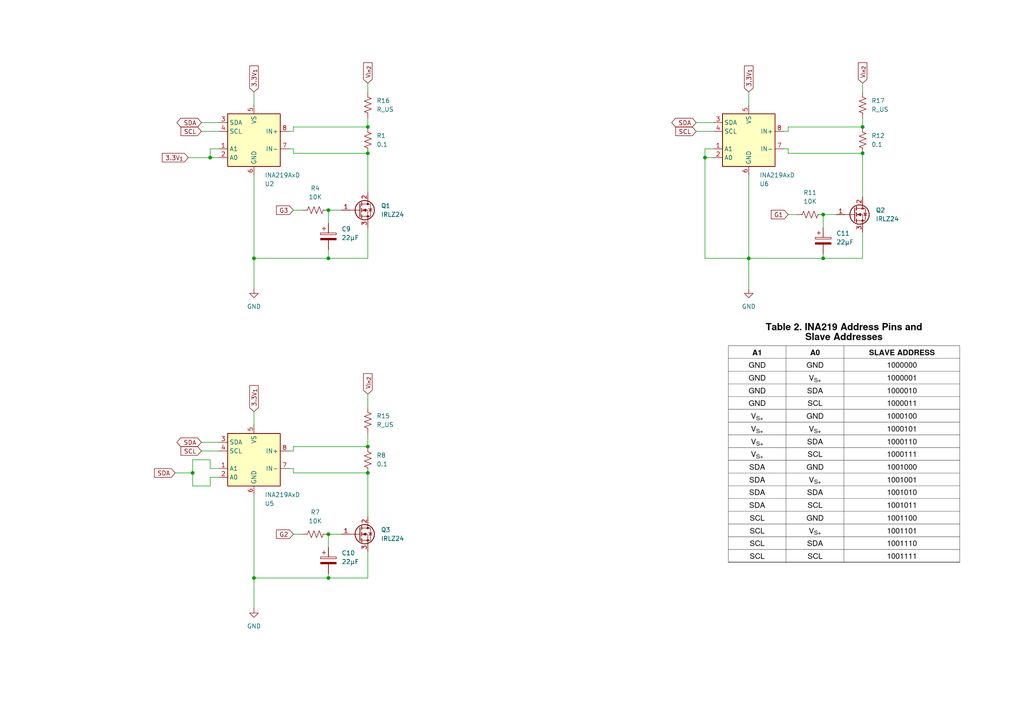
<source format=kicad_sch>
(kicad_sch (version 20250114) (generator "eeschema") (generator_version "9.0")
  (paper "A4")
  (lib_symbols
    (symbol "Device:C_Polarized" (pin_numbers (hide yes)) (pin_names (offset 0.254))
      (property "Reference" "C" (at 0.635 2.54 0))
      (property "Value" "C_Polarized" (at 0.635 -2.54 0))
      (symbol "C_Polarized_0_1"
        (rectangle (start -2.286 0.508) (end 2.286 1.016))
        (polyline (pts (xy -1.778 2.286) (xy -0.762 2.286)))
        (polyline (pts (xy -1.27 2.794) (xy -1.27 1.778)))
        (rectangle (start 2.286 -0.508) (end -2.286 -1.016) (fill (type outline)))
      )
      (symbol "C_Polarized_1_1"
        (pin passive line (at 0 3.81 270) (length 2.794) (name "~") (number "1"))
        (pin passive line (at 0 -3.81 90) (length 2.794) (name "~") (number "2"))
      )
    )
    (symbol "Device:R_US" (pin_numbers (hide yes)) (pin_names (offset 0))
      (property "Reference" "R" (at 2.54 0 90))
      (property "Value" "R_US" (at -2.54 0 90))
      (symbol "R_US_0_1"
        (polyline (pts (xy 0 2.286) (xy 0 2.54)))
        (polyline (pts (xy 0 2.286) (xy 1.016 1.905) (xy 0 1.524) (xy -1.016 1.143) (xy 0 0.762)))
        (polyline (pts (xy 0 0.762) (xy 1.016 0.381) (xy 0 0) (xy -1.016 -0.381) (xy 0 -0.762)))
        (polyline (pts (xy 0 -0.762) (xy 1.016 -1.143) (xy 0 -1.524) (xy -1.016 -1.905) (xy 0 -2.286)))
        (polyline (pts (xy 0 -2.286) (xy 0 -2.54)))
      )
      (symbol "R_US_1_1"
        (pin passive line (at 0 3.81 270) (length 1.27) (name "~") (number "1"))
        (pin passive line (at 0 -3.81 90) (length 1.27) (name "~") (number "2"))
      )
    )
    (symbol "Sensor_Energy:INA219AxD"
      (property "Reference" "U" (at -6.35 8.89 0))
      (property "Value" "INA219AxD" (at 5.08 8.89 0))
      (symbol "INA219AxD_0_1"
        (rectangle (start -7.62 7.62) (end 7.62 -7.62) (stroke (width 0.254)) (fill (type background)))
      )
      (symbol "INA219AxD_1_1"
        (pin input line (at -10.16 2.54 0) (length 2.54) (name "IN+") (number "8"))
        (pin input line (at -10.16 -2.54 0) (length 2.54) (name "IN-") (number "7"))
        (pin power_in line (at 0 10.16 270) (length 2.54) (name "VS") (number "5"))
        (pin power_in line (at 0 -10.16 90) (length 2.54) (name "GND") (number "6"))
        (pin bidirectional line (at 10.16 5.08 180) (length 2.54) (name "SDA") (number "3"))
        (pin input line (at 10.16 2.54 180) (length 2.54) (name "SCL") (number "4"))
        (pin input line (at 10.16 -2.54 180) (length 2.54) (name "A1") (number "1"))
        (pin input line (at 10.16 -5.08 180) (length 2.54) (name "A0") (number "2"))
      )
    )
    (symbol "Transistor_FET:IRLZ24" (pin_names (hide yes))
      (property "Reference" "Q" (at 5.08 1.905 0))
      (property "Value" "IRLZ24" (at 5.08 0 0))
      (symbol "IRLZ24_0_1"
        (polyline (pts (xy 0.254 1.905) (xy 0.254 -1.905)) (stroke (width 0.254)))
        (polyline (pts (xy 0.254 0) (xy -2.54 0)))
        (polyline (pts (xy 0.762 2.286) (xy 0.762 1.27)) (stroke (width 0.254)))
        (polyline (pts (xy 0.762 0.508) (xy 0.762 -0.508)) (stroke (width 0.254)))
        (polyline (pts (xy 0.762 -1.27) (xy 0.762 -2.286)) (stroke (width 0.254)))
        (polyline (pts (xy 0.762 -1.778) (xy 3.302 -1.778) (xy 3.302 1.778) (xy 0.762 1.778)))
        (polyline (pts (xy 1.016 0) (xy 2.032 0.381) (xy 2.032 -0.381) (xy 1.016 0)) (fill (type outline)))
        (circle (center 1.651 0) (radius 2.794) (stroke (width 0.254)))
        (polyline (pts (xy 2.54 2.54) (xy 2.54 1.778)))
        (circle (center 2.54 1.778) (radius 0.254) (fill (type outline)))
        (circle (center 2.54 -1.778) (radius 0.254) (fill (type outline)))
        (polyline (pts (xy 2.54 -2.54) (xy 2.54 0) (xy 0.762 0)))
        (polyline (pts (xy 2.794 0.508) (xy 2.921 0.381) (xy 3.683 0.381) (xy 3.81 0.254)))
        (polyline (pts (xy 3.302 0.381) (xy 2.921 -0.254) (xy 3.683 -0.254) (xy 3.302 0.381)))
      )
      (symbol "IRLZ24_1_1"
        (pin input line (at -5.08 0 0) (length 2.54) (name "G") (number "1"))
        (pin passive line (at 2.54 5.08 270) (length 2.54) (name "D") (number "2"))
        (pin passive line (at 2.54 -5.08 90) (length 2.54) (name "S") (number "3"))
      )
    )
    (symbol "power:GND" (power) (pin_numbers (hide yes)) (pin_names (offset 0) (hide yes))
      (property "Value" "GND" (at 0 -3.81 0))
      (symbol "GND_0_1"
        (polyline (pts (xy 0 0) (xy 0 -1.27) (xy 1.27 -1.27) (xy 0 -2.54) (xy -1.27 -1.27) (xy 0 -1.27)))
      )
      (symbol "GND_1_1"
        (pin power_in line (at 0 0 270) (length 0) (name "~") (number "1"))
      )
    )
  )
  (junction (at 95.25 154.94))
  (junction (at 73.66 74.93))
  (junction (at 250.19 44.45))
  (junction (at 55.88 137.16))
  (junction (at 106.68 44.45))
  (junction (at 60.96 45.72))
  (junction (at 238.76 74.93))
  (junction (at 106.68 36.83))
  (junction (at 95.25 74.93))
  (junction (at 95.25 167.64))
  (junction (at 106.68 137.16))
  (junction (at 204.47 45.72))
  (junction (at 217.17 74.93))
  (junction (at 250.19 36.83))
  (junction (at 238.76 62.23))
  (junction (at 73.66 167.64))
  (junction (at 95.25 60.96))
  (junction (at 106.68 129.54))
  (wire (pts (xy 60.96 43.18) (xy 60.96 45.72)))
  (wire (pts (xy 83.82 130.81) (xy 85.09 130.81)))
  (wire (pts (xy 238.76 74.93) (xy 250.19 74.93)))
  (wire (pts (xy 228.6 43.18) (xy 228.6 44.45)))
  (wire (pts (xy 250.19 34.29) (xy 250.19 36.83)))
  (wire (pts (xy 73.66 167.64) (xy 95.25 167.64)))
  (wire (pts (xy 238.76 62.23) (xy 238.76 66.04)))
  (wire (pts (xy 95.25 167.64) (xy 106.68 167.64)))
  (wire (pts (xy 85.09 43.18) (xy 85.09 44.45)))
  (wire (pts (xy 106.68 114.3) (xy 106.68 118.11)))
  (wire (pts (xy 250.19 67.31) (xy 250.19 74.93)))
  (wire (pts (xy 228.6 36.83) (xy 250.19 36.83)))
  (wire (pts (xy 63.5 43.18) (xy 60.96 43.18)))
  (wire (pts (xy 73.66 50.8) (xy 73.66 74.93)))
  (wire (pts (xy 204.47 45.72) (xy 207.01 45.72)))
  (wire (pts (xy 217.17 74.93) (xy 238.76 74.93)))
  (wire (pts (xy 227.33 43.18) (xy 228.6 43.18)))
  (wire (pts (xy 85.09 130.81) (xy 85.09 129.54)))
  (wire (pts (xy 58.42 130.81) (xy 63.5 130.81)))
  (wire (pts (xy 201.93 35.56) (xy 207.01 35.56)))
  (wire (pts (xy 73.66 74.93) (xy 95.25 74.93)))
  (wire (pts (xy 227.33 38.1) (xy 228.6 38.1)))
  (wire (pts (xy 63.5 135.89) (xy 60.96 135.89)))
  (wire (pts (xy 95.25 166.37) (xy 95.25 167.64)))
  (wire (pts (xy 58.42 38.1) (xy 63.5 38.1)))
  (wire (pts (xy 228.6 38.1) (xy 228.6 36.83)))
  (wire (pts (xy 106.68 34.29) (xy 106.68 36.83)))
  (wire (pts (xy 95.25 60.96) (xy 95.25 64.77)))
  (wire (pts (xy 207.01 43.18) (xy 204.47 43.18)))
  (wire (pts (xy 60.96 135.89) (xy 60.96 133.35)))
  (wire (pts (xy 55.88 140.97) (xy 60.96 140.97)))
  (wire (pts (xy 85.09 129.54) (xy 106.68 129.54)))
  (wire (pts (xy 55.88 140.97) (xy 55.88 137.16)))
  (wire (pts (xy 55.88 137.16) (xy 55.88 133.35)))
  (wire (pts (xy 204.47 43.18) (xy 204.47 45.72)))
  (wire (pts (xy 204.47 74.93) (xy 217.17 74.93)))
  (wire (pts (xy 58.42 35.56) (xy 63.5 35.56)))
  (wire (pts (xy 106.68 24.13) (xy 106.68 26.67)))
  (wire (pts (xy 201.93 38.1) (xy 207.01 38.1)))
  (wire (pts (xy 83.82 38.1) (xy 85.09 38.1)))
  (wire (pts (xy 95.25 72.39) (xy 95.25 74.93)))
  (wire (pts (xy 55.88 133.35) (xy 60.96 133.35)))
  (wire (pts (xy 217.17 26.67) (xy 217.17 30.48)))
  (wire (pts (xy 95.25 60.96) (xy 99.06 60.96)))
  (wire (pts (xy 106.68 125.73) (xy 106.68 129.54)))
  (wire (pts (xy 83.82 43.18) (xy 85.09 43.18)))
  (wire (pts (xy 106.68 137.16) (xy 106.68 149.86)))
  (wire (pts (xy 83.82 135.89) (xy 85.09 135.89)))
  (wire (pts (xy 85.09 60.96) (xy 87.63 60.96)))
  (wire (pts (xy 238.76 73.66) (xy 238.76 74.93)))
  (wire (pts (xy 95.25 74.93) (xy 106.68 74.93)))
  (wire (pts (xy 250.19 44.45) (xy 250.19 57.15)))
  (wire (pts (xy 95.25 154.94) (xy 95.25 158.75)))
  (wire (pts (xy 106.68 44.45) (xy 106.68 55.88)))
  (wire (pts (xy 60.96 45.72) (xy 63.5 45.72)))
  (wire (pts (xy 85.09 137.16) (xy 106.68 137.16)))
  (wire (pts (xy 73.66 143.51) (xy 73.66 167.64)))
  (wire (pts (xy 50.8 137.16) (xy 55.88 137.16)))
  (wire (pts (xy 238.76 62.23) (xy 242.57 62.23)))
  (wire (pts (xy 85.09 154.94) (xy 87.63 154.94)))
  (wire (pts (xy 85.09 44.45) (xy 106.68 44.45)))
  (wire (pts (xy 54.61 45.72) (xy 60.96 45.72)))
  (wire (pts (xy 228.6 62.23) (xy 231.14 62.23)))
  (wire (pts (xy 217.17 74.93) (xy 217.17 83.82)))
  (wire (pts (xy 73.66 167.64) (xy 73.66 176.53)))
  (wire (pts (xy 73.66 74.93) (xy 73.66 83.82)))
  (wire (pts (xy 217.17 50.8) (xy 217.17 74.93)))
  (wire (pts (xy 106.68 66.04) (xy 106.68 74.93)))
  (wire (pts (xy 85.09 38.1) (xy 85.09 36.83)))
  (wire (pts (xy 58.42 128.27) (xy 63.5 128.27)))
  (wire (pts (xy 60.96 138.43) (xy 63.5 138.43)))
  (wire (pts (xy 204.47 45.72) (xy 204.47 74.93)))
  (wire (pts (xy 85.09 36.83) (xy 106.68 36.83)))
  (wire (pts (xy 60.96 140.97) (xy 60.96 138.43)))
  (wire (pts (xy 73.66 26.67) (xy 73.66 30.48)))
  (wire (pts (xy 73.66 119.38) (xy 73.66 123.19)))
  (wire (pts (xy 95.25 154.94) (xy 99.06 154.94)))
  (wire (pts (xy 228.6 44.45) (xy 250.19 44.45)))
  (wire (pts (xy 106.68 160.02) (xy 106.68 167.64)))
  (wire (pts (xy 250.19 24.13) (xy 250.19 26.67)))
  (wire (pts (xy 85.09 135.89) (xy 85.09 137.16)))
  (image (at 245.11 128.27) (scale 1.12692))
  (global_label "V_{in2}" (shape input) (at 250.19 24.13 90) (property "Intersheetrefs" "${INTERSHEET_REFS}" (effects (hide yes))))
  (global_label "SDA" (shape bidirectional) (at 58.42 35.56 180) (property "Intersheetrefs" "${INTERSHEET_REFS}" (effects (hide yes))))
  (global_label "SCL" (shape input) (at 58.42 38.1 180) (property "Intersheetrefs" "${INTERSHEET_REFS}" (effects (hide yes))))
  (global_label "SCL" (shape input) (at 201.93 38.1 180) (property "Intersheetrefs" "${INTERSHEET_REFS}" (effects (hide yes))))
  (global_label "SDA" (shape input) (at 50.8 137.16 180) (property "Intersheetrefs" "${INTERSHEET_REFS}" (effects (hide yes))))
  (global_label "V_{in2}" (shape input) (at 106.68 114.3 90) (property "Intersheetrefs" "${INTERSHEET_REFS}" (effects (hide yes))))
  (global_label "G2" (shape input) (at 85.09 154.94 180) (property "Intersheetrefs" "${INTERSHEET_REFS}" (effects (hide yes))))
  (global_label "G1" (shape input) (at 228.6 62.23 180) (property "Intersheetrefs" "${INTERSHEET_REFS}" (effects (hide yes))))
  (global_label "SCL" (shape input) (at 58.42 130.81 180) (property "Intersheetrefs" "${INTERSHEET_REFS}" (effects (hide yes))))
  (global_label "3.3V_{1}" (shape input) (at 54.61 45.72 180) (property "Intersheetrefs" "${INTERSHEET_REFS}" (effects (hide yes))))
  (global_label "SDA" (shape bidirectional) (at 201.93 35.56 180) (property "Intersheetrefs" "${INTERSHEET_REFS}" (effects (hide yes))))
  (global_label "3.3V_{1}" (shape input) (at 73.66 26.67 90) (property "Intersheetrefs" "${INTERSHEET_REFS}" (effects (hide yes))))
  (global_label "3.3V_{1}" (shape input) (at 217.17 26.67 90) (property "Intersheetrefs" "${INTERSHEET_REFS}" (effects (hide yes))))
  (global_label "G3" (shape input) (at 85.09 60.96 180) (property "Intersheetrefs" "${INTERSHEET_REFS}" (effects (hide yes))))
  (global_label "SDA" (shape bidirectional) (at 58.42 128.27 180) (property "Intersheetrefs" "${INTERSHEET_REFS}" (effects (hide yes))))
  (global_label "3.3V_{1}" (shape input) (at 73.66 119.38 90) (property "Intersheetrefs" "${INTERSHEET_REFS}" (effects (hide yes))))
  (global_label "V_{in2}" (shape input) (at 106.68 24.13 90) (property "Intersheetrefs" "${INTERSHEET_REFS}" (effects (hide yes))))
  (symbol (lib_id "Device:R_US") (at 106.68 40.64 0) (unit 1)
    (property "Reference" "R1" (at 109.22 39.3699 0) (effects (justify left)))
    (property "Value" "0.1" (at 109.22 41.9099 0) (effects (justify left)))
    (property "Footprint" "Resistor_SMD:R_2512_6332Metric_Pad1.40x3.35mm_HandSolder" (effects (hide yes)))
    (property "Description" "Resistor, US symbol" (effects (hide yes)))
  )
  (symbol (lib_id "power:GND") (at 217.17 83.82 0) (unit 1)
    (property "Reference" "#PWR05" (effects (hide yes)))
    (property "Value" "GND" (at 217.17 88.9 0))
    (property "Description" "Power symbol creates a global label with name \"GND\" , ground" (effects (hide yes)))
  )
  (symbol (lib_id "Device:R_US") (at 106.68 121.92 0) (unit 1)
    (property "Reference" "R15" (at 109.22 120.6499 0) (effects (justify left)))
    (property "Value" "R_US" (at 109.22 123.1899 0) (effects (justify left)))
    (property "Footprint" "Resistor_THT:R_Axial_DIN0207_L6.3mm_D2.5mm_P15.24mm_Horizontal" (effects (hide yes)))
    (property "Description" "Resistor, US symbol" (effects (hide yes)))
  )
  (symbol (lib_id "Device:R_US") (at 91.44 154.94 90) (unit 1)
    (property "Reference" "R7" (at 91.44 148.59 90))
    (property "Value" "10K" (at 91.44 151.13 90))
    (property "Footprint" "Resistor_SMD:R_0805_2012Metric_Pad1.20x1.40mm_HandSolder" (effects (hide yes)))
    (property "Description" "Resistor, US symbol" (effects (hide yes)))
  )
  (symbol (lib_id "Device:R_US") (at 91.44 60.96 90) (unit 1)
    (property "Reference" "R4" (at 91.44 54.61 90))
    (property "Value" "10K" (at 91.44 57.15 90))
    (property "Footprint" "Resistor_SMD:R_0805_2012Metric_Pad1.20x1.40mm_HandSolder" (effects (hide yes)))
    (property "Description" "Resistor, US symbol" (effects (hide yes)))
  )
  (symbol (lib_id "Device:R_US") (at 106.68 30.48 0) (unit 1)
    (property "Reference" "R16" (at 109.22 29.2099 0) (effects (justify left)))
    (property "Value" "R_US" (at 109.22 31.7499 0) (effects (justify left)))
    (property "Footprint" "Resistor_THT:R_Axial_DIN0207_L6.3mm_D2.5mm_P15.24mm_Horizontal" (effects (hide yes)))
    (property "Description" "Resistor, US symbol" (effects (hide yes)))
  )
  (symbol (lib_id "Device:R_US") (at 250.19 30.48 0) (unit 1)
    (property "Reference" "R17" (at 252.73 29.2099 0) (effects (justify left)))
    (property "Value" "R_US" (at 252.73 31.7499 0) (effects (justify left)))
    (property "Footprint" "Resistor_THT:R_Axial_DIN0207_L6.3mm_D2.5mm_P15.24mm_Horizontal" (effects (hide yes)))
    (property "Description" "Resistor, US symbol" (effects (hide yes)))
  )
  (symbol (lib_id "Transistor_FET:IRLZ24") (at 104.14 154.94 0) (unit 1)
    (property "Reference" "Q3" (at 110.49 153.6699 0) (effects (justify left)))
    (property "Value" "IRLZ24" (at 110.49 156.2099 0) (effects (justify left)))
    (property "Footprint" "Package_TO_SOT_THT:TO-220-3_Horizontal_TabDown" (effects (hide yes)))
    (property "Datasheet" "https://www.vishay.com/docs/91326/sihlz24.pdf" (effects (hide yes)))
    (property "Description" "17A Id, 60V Vds, N-Channel Power MOSFET, TO-220AB" (effects (hide yes)))
  )
  (symbol (lib_id "Device:R_US") (at 250.19 40.64 0) (unit 1)
    (property "Reference" "R12" (at 252.73 39.3699 0) (effects (justify left)))
    (property "Value" "0.1" (at 252.73 41.9099 0) (effects (justify left)))
    (property "Footprint" "Resistor_SMD:R_2512_6332Metric_Pad1.40x3.35mm_HandSolder" (effects (hide yes)))
    (property "Description" "Resistor, US symbol" (effects (hide yes)))
  )
  (symbol (lib_id "Transistor_FET:IRLZ24") (at 247.65 62.23 0) (unit 1)
    (property "Reference" "Q2" (at 254 60.9599 0) (effects (justify left)))
    (property "Value" "IRLZ24" (at 254 63.4999 0) (effects (justify left)))
    (property "Footprint" "Package_TO_SOT_THT:TO-220-3_Horizontal_TabDown" (effects (hide yes)))
    (property "Datasheet" "https://www.vishay.com/docs/91326/sihlz24.pdf" (effects (hide yes)))
    (property "Description" "17A Id, 60V Vds, N-Channel Power MOSFET, TO-220AB" (effects (hide yes)))
  )
  (symbol (lib_id "Sensor_Energy:INA219AxD") (at 73.66 40.64 0) (mirror y) (unit 1)
    (property "Reference" "U2" (at 76.7781 53.34 0) (effects (justify right)))
    (property "Value" "INA219AxD" (at 76.7781 50.8 0) (effects (justify right)))
    (property "Footprint" "Package_SO:SOIC-8_3.9x4.9mm_P1.27mm" (effects (hide yes)))
    (property "Datasheet" "http://www.ti.com/lit/ds/symlink/ina219.pdf" (effects (hide yes)))
    (property "Description" "Zero-Drift, Bidirectional Current/Power Monitor (0-26V) With I2C Interface, SOIC-8" (effects (hide yes)))
  )
  (symbol (lib_id "Transistor_FET:IRLZ24") (at 104.14 60.96 0) (unit 1)
    (property "Reference" "Q1" (at 110.49 59.6899 0) (effects (justify left)))
    (property "Value" "IRLZ24" (at 110.49 62.2299 0) (effects (justify left)))
    (property "Footprint" "Package_TO_SOT_THT:TO-220-3_Horizontal_TabDown" (effects (hide yes)))
    (property "Datasheet" "https://www.vishay.com/docs/91326/sihlz24.pdf" (effects (hide yes)))
    (property "Description" "17A Id, 60V Vds, N-Channel Power MOSFET, TO-220AB" (effects (hide yes)))
  )
  (symbol (lib_id "Device:C_Polarized") (at 95.25 162.56 0) (unit 1)
    (property "Reference" "C10" (at 99.06 160.4009 0) (effects (justify left)))
    (property "Value" "22μF" (at 99.06 162.9409 0) (effects (justify left)))
    (property "Footprint" "Capacitor_SMD:C_0805_2012Metric_Pad1.18x1.45mm_HandSolder" (effects (hide yes)))
    (property "Description" "Polarized capacitor" (effects (hide yes)))
  )
  (symbol (lib_id "Sensor_Energy:INA219AxD") (at 217.17 40.64 0) (mirror y) (unit 1)
    (property "Reference" "U6" (at 220.2881 53.34 0) (effects (justify right)))
    (property "Value" "INA219AxD" (at 220.2881 50.8 0) (effects (justify right)))
    (property "Footprint" "Package_SO:SOIC-8_3.9x4.9mm_P1.27mm" (effects (hide yes)))
    (property "Datasheet" "http://www.ti.com/lit/ds/symlink/ina219.pdf" (effects (hide yes)))
    (property "Description" "Zero-Drift, Bidirectional Current/Power Monitor (0-26V) With I2C Interface, SOIC-8" (effects (hide yes)))
  )
  (symbol (lib_id "Device:R_US") (at 234.95 62.23 90) (unit 1)
    (property "Reference" "R11" (at 234.95 55.88 90))
    (property "Value" "10K" (at 234.95 58.42 90))
    (property "Footprint" "Resistor_SMD:R_0805_2012Metric_Pad1.20x1.40mm_HandSolder" (effects (hide yes)))
    (property "Description" "Resistor, US symbol" (effects (hide yes)))
  )
  (symbol (lib_id "Sensor_Energy:INA219AxD") (at 73.66 133.35 0) (mirror y) (unit 1)
    (property "Reference" "U5" (at 76.7781 146.05 0) (effects (justify right)))
    (property "Value" "INA219AxD" (at 76.7781 143.51 0) (effects (justify right)))
    (property "Footprint" "Package_SO:SOIC-8_3.9x4.9mm_P1.27mm" (effects (hide yes)))
    (property "Datasheet" "http://www.ti.com/lit/ds/symlink/ina219.pdf" (effects (hide yes)))
    (property "Description" "Zero-Drift, Bidirectional Current/Power Monitor (0-26V) With I2C Interface, SOIC-8" (effects (hide yes)))
  )
  (symbol (lib_id "power:GND") (at 73.66 83.82 0) (unit 1)
    (property "Reference" "#PWR03" (effects (hide yes)))
    (property "Value" "GND" (at 73.66 88.9 0))
    (property "Description" "Power symbol creates a global label with name \"GND\" , ground" (effects (hide yes)))
  )
  (symbol (lib_id "Device:R_US") (at 106.68 133.35 0) (unit 1)
    (property "Reference" "R8" (at 109.22 132.0799 0) (effects (justify left)))
    (property "Value" "0.1" (at 109.22 134.6199 0) (effects (justify left)))
    (property "Footprint" "Resistor_SMD:R_2512_6332Metric_Pad1.40x3.35mm_HandSolder" (effects (hide yes)))
    (property "Description" "Resistor, US symbol" (effects (hide yes)))
  )
  (symbol (lib_id "Device:C_Polarized") (at 238.76 69.85 0) (unit 1)
    (property "Reference" "C11" (at 242.57 67.6909 0) (effects (justify left)))
    (property "Value" "22μF" (at 242.57 70.2309 0) (effects (justify left)))
    (property "Footprint" "Capacitor_SMD:C_0805_2012Metric_Pad1.18x1.45mm_HandSolder" (effects (hide yes)))
    (property "Description" "Polarized capacitor" (effects (hide yes)))
  )
  (symbol (lib_id "power:GND") (at 73.66 176.53 0) (unit 1)
    (property "Reference" "#PWR04" (effects (hide yes)))
    (property "Value" "GND" (at 73.66 181.61 0))
    (property "Description" "Power symbol creates a global label with name \"GND\" , ground" (effects (hide yes)))
  )
  (symbol (lib_id "Device:C_Polarized") (at 95.25 68.58 0) (unit 1)
    (property "Reference" "C9" (at 99.06 66.4209 0) (effects (justify left)))
    (property "Value" "22μF" (at 99.06 68.9609 0) (effects (justify left)))
    (property "Footprint" "Capacitor_SMD:C_0805_2012Metric_Pad1.18x1.45mm_HandSolder" (effects (hide yes)))
    (property "Description" "Polarized capacitor" (effects (hide yes)))
  )
)
</source>
